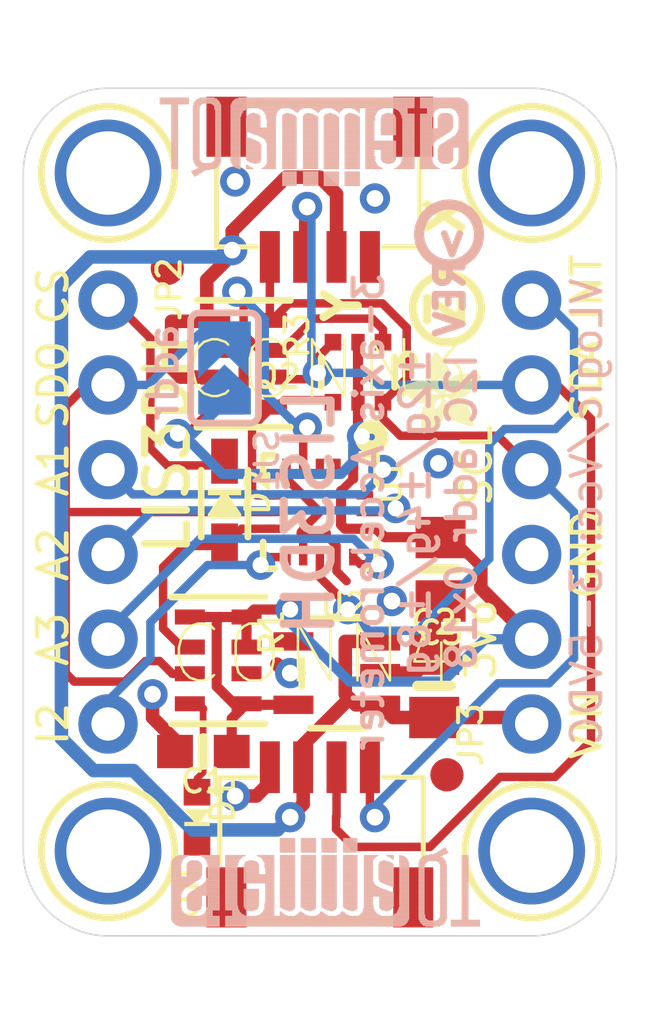
<source format=kicad_pcb>
(kicad_pcb (version 20211014) (generator pcbnew)
  (layers (0 "F.Cu" signal) (31 "B.Cu" signal) (34 "B.Paste" user) (35 "F.Paste" user) (36 "B.SilkS" user "B.Silkscreen") (37 "F.SilkS" user "F.Silkscreen") (38 "B.Mask" user) (39 "F.Mask" user) (44 "Edge.Cuts" user))
  (net 0 "")
  (net 1 "GND")
  (net 2 "SDA")
  (net 3 "SCL")
  (net 4 "SCL_3V")
  (net 5 "SDA_3V")
  (net 6 "3.3V")
  (net 7 "VCC")
  (net 8 "N$1")
  (net 9 "CS")
  (net 10 "N$2")
  (net 11 "INT1")
  (net 12 "SDO")
  (net 13 "ADC1")
  (net 14 "ADC2")
  (net 15 "ADC3")
  (net 16 "INT2")
  (footprint "boardEagle:FIDUCIAL_1MM" (layer "F.Cu") (at 143.9291 97.7011 90)
    (fp_text reference "FID4" hide)
    (fp_text value "FIDUCIAL_1MM" hide)
    (pad "1" smd roundrect (at 0 0 90) (size 1 1) (layers "F.Cu" "F.Mask") (roundrect_rratio 0.5))
  )
  (footprint "boardEagle:RESPACK_4X0603" (layer "F.Cu") (at 145.4531 109.4486 -90)
    (fp_text reference "R1" (at -1.6 -1.6 90) (layer "F.SilkS") (effects (font (size 0.692831 0.692831) (thickness 0.119969)) (justify right)))
    (fp_text value "10K")
    (pad "1" smd rect (at -1.3 0.85 270) (size 0.45 0.9) (layers "F.Cu" "F.Paste" "F.Mask") (net 6 "3.3V"))
    (pad "2" smd rect (at -0.4 0.85 270) (size 0.45 0.9) (layers "F.Cu" "F.Paste" "F.Mask") (net 10 "N$2"))
    (pad "3" smd rect (at 0.4 0.85 270) (size 0.45 0.9) (layers "F.Cu" "F.Paste" "F.Mask") (net 12 "SDO"))
    (pad "4" smd rect (at 1.3 0.85 270) (size 0.45 0.9) (layers "F.Cu" "F.Paste" "F.Mask") (net 8 "N$1"))
    (pad "5" smd rect (at 1.3 -0.85 270) (size 0.45 0.9) (layers "F.Cu" "F.Paste" "F.Mask") (net 6 "3.3V"))
    (pad "6" smd rect (at 0.4 -0.85 270) (size 0.45 0.9) (layers "F.Cu" "F.Paste" "F.Mask") (net 1 "GND"))
    (pad "7" smd rect (at -0.4 -0.85 270) (size 0.45 0.9) (layers "F.Cu" "F.Paste" "F.Mask") (net 6 "3.3V"))
    (pad "8" smd rect (at -1.3 -0.85 270) (size 0.45 0.9) (layers "F.Cu" "F.Paste" "F.Mask") (net 6 "3.3V"))
  )
  (footprint "boardEagle:JST_SH4" (layer "F.Cu") (at 148.5011 94.8436 180)
    (fp_text reference "CONN3" (at -4.6 -5.9) (layer "F.SilkS") (effects (font (size 1.703222 1.703222) (thickness 0.074778)) (justify right)))
    (fp_text value "STEMMA_I2C_QT" hide)
    (pad "1" smd rect (at -1.5 -2.514 270) (size 1.55 0.6) (layers "F.Cu" "F.Paste" "F.Mask") (net 1 "GND"))
    (pad "2" smd rect (at -0.5 -2.514 270) (size 1.55 0.6) (layers "F.Cu" "F.Paste" "F.Mask") (net 7 "VCC"))
    (pad "3" smd rect (at 0.5 -2.514 270) (size 1.55 0.6) (layers "F.Cu" "F.Paste" "F.Mask") (net 2 "SDA"))
    (pad "4" smd rect (at 1.5 -2.514 270) (size 1.55 0.6) (layers "F.Cu" "F.Paste" "F.Mask") (net 3 "SCL"))
    (pad "MT1" smd rect (at -2.8 1.386 270) (size 1.8 1.2) (layers "F.Cu" "F.Paste" "F.Mask"))
    (pad "MT2" smd rect (at 2.8 1.386 270) (size 1.8 1.2) (layers "F.Cu" "F.Paste" "F.Mask"))
  )
  (footprint "boardEagle:CHIPLED_0603_NOOUTLINE" (layer "F.Cu") (at 144.8181 114.1476 180)
    (fp_text reference "D1" (at -0.762 1.27 90) (layer "F.SilkS") (effects (font (size 0.692831 0.692831) (thickness 0.119969)) (justify right)))
    (fp_text value "GREEN")
    (pad "A" smd rect (at 0 0.75 180) (size 0.8 0.8) (layers "F.Cu" "F.Paste" "F.Mask") (net 8 "N$1"))
    (pad "C" smd rect (at 0 -0.75 180) (size 0.8 0.8) (layers "F.Cu" "F.Paste" "F.Mask") (net 1 "GND"))
  )
  (footprint "boardEagle:0603-NO" (layer "F.Cu") (at 145.0086 112.1791 180)
    (fp_text reference "C1" (at -0.762 -0.889) (layer "F.SilkS") (effects (font (size 0.692831 0.692831) (thickness 0.119969)) (justify right)))
    (fp_text value "0.1uF")
    (pad "1" smd rect (at -0.85 0 180) (size 1.075 1) (layers "F.Cu" "F.Paste" "F.Mask") (net 6 "3.3V"))
    (pad "2" smd rect (at 0.85 0 180) (size 1.075 1) (layers "F.Cu" "F.Paste" "F.Mask") (net 1 "GND"))
  )
  (footprint "boardEagle:RESPACK_4X0603" (layer "F.Cu") (at 146.2151 100.5586 -90)
    (fp_text reference "R3" (at -1.6 -1.6 90) (layer "F.SilkS") (effects (font (size 0.692831 0.692831) (thickness 0.119969)) (justify right)))
    (fp_text value "10K")
    (pad "1" smd rect (at -1.3 0.85 270) (size 0.45 0.9) (layers "F.Cu" "F.Paste" "F.Mask") (net 7 "VCC"))
    (pad "2" smd rect (at -0.4 0.85 270) (size 0.45 0.9) (layers "F.Cu" "F.Paste" "F.Mask") (net 6 "3.3V"))
    (pad "3" smd rect (at 0.4 0.85 270) (size 0.45 0.9) (layers "F.Cu" "F.Paste" "F.Mask") (net 7 "VCC"))
    (pad "4" smd rect (at 1.3 0.85 270) (size 0.45 0.9) (layers "F.Cu" "F.Paste" "F.Mask") (net 6 "3.3V"))
    (pad "5" smd rect (at 1.3 -0.85 270) (size 0.45 0.9) (layers "F.Cu" "F.Paste" "F.Mask") (net 5 "SDA_3V"))
    (pad "6" smd rect (at 0.4 -0.85 270) (size 0.45 0.9) (layers "F.Cu" "F.Paste" "F.Mask") (net 2 "SDA"))
    (pad "7" smd rect (at -0.4 -0.85 270) (size 0.45 0.9) (layers "F.Cu" "F.Paste" "F.Mask") (net 4 "SCL_3V"))
    (pad "8" smd rect (at -1.3 -0.85 270) (size 0.45 0.9) (layers "F.Cu" "F.Paste" "F.Mask") (net 3 "SCL"))
  )
  (footprint "boardEagle:0805-NO" (layer "F.Cu") (at 151.9301 110.2106 90)
    (fp_text reference "C2" (at 1.905 -0.762) (layer "F.SilkS") (effects (font (size 0.692831 0.692831) (thickness 0.119969)) (justify left)))
    (fp_text value "10uF")
    (pad "1" smd rect (at -0.95 0 90) (size 1.24 1.5) (layers "F.Cu" "F.Paste" "F.Mask") (net 7 "VCC"))
    (pad "2" smd rect (at 0.95 0 90) (size 1.24 1.5) (layers "F.Cu" "F.Paste" "F.Mask") (net 1 "GND"))
  )
  (footprint "boardEagle:SOT23-5" (layer "F.Cu") (at 149.0091 109.8296 90)
    (fp_text reference "U2" (at 2.032 -0.562) (layer "F.SilkS") (effects (font (size 0.692831 0.692831) (thickness 0.119969)) (justify left)))
    (fp_text value "AP2112K-3.3")
    (pad "1" smd rect (at -0.95 1.3001 90) (size 0.55 1.2) (layers "F.Cu" "F.Paste" "F.Mask") (net 7 "VCC"))
    (pad "2" smd rect (at 0 1.3001 90) (size 0.55 1.2) (layers "F.Cu" "F.Paste" "F.Mask") (net 1 "GND"))
    (pad "3" smd rect (at 0.95 1.3001 90) (size 0.55 1.2) (layers "F.Cu" "F.Paste" "F.Mask") (net 7 "VCC"))
    (pad "4" smd rect (at 0.95 -1.3001 90) (size 0.55 1.2) (layers "F.Cu" "F.Paste" "F.Mask"))
    (pad "5" smd rect (at -0.95 -1.3001 90) (size 0.55 1.2) (layers "F.Cu" "F.Paste" "F.Mask") (net 6 "3.3V"))
  )
  (footprint "boardEagle:0805-NO" (layer "F.Cu") (at 152.1206 106.7181 -90)
    (fp_text reference "C3" (at 1.905 -0.762) (layer "F.SilkS") (effects (font (size 0.692831 0.692831) (thickness 0.119969)) (justify right)))
    (fp_text value "10uF")
    (pad "1" smd rect (at -0.95 0 270) (size 1.24 1.5) (layers "F.Cu" "F.Paste" "F.Mask") (net 6 "3.3V"))
    (pad "2" smd rect (at 0.95 0 270) (size 1.24 1.5) (layers "F.Cu" "F.Paste" "F.Mask") (net 1 "GND"))
  )
  (footprint "boardEagle:SOD-323" (layer "F.Cu") (at 145.6436 104.7496 -90)
    (fp_text reference "D2" (at -1.1 -1 90) (layer "F.SilkS") (effects (font (size 0.692831 0.692831) (thickness 0.119969)) (justify right)))
    (fp_text value "1N4148")
    (pad "A" smd rect (at 1.27 0 270) (size 1.35 0.8) (layers "F.Cu" "F.Paste" "F.Mask") (net 10 "N$2"))
    (pad "C" smd rect (at -1.27 0 270) (size 1.35 0.8) (layers "F.Cu" "F.Paste" "F.Mask") (net 9 "CS"))
  )
  (footprint "boardEagle:MOUNTINGHOLE_2.5_PLATED" (layer "F.Cu") (at 154.8511 115.1636 90)
    (fp_text reference "U$19" hide)
    (fp_text value "MOUNTINGHOLE2.5" hide)
    (pad "P$1" thru_hole circle (at 0 0 90) (size 3.2 3.2) (drill 2.5) (layers *.Cu *.Mask))
  )
  (footprint "boardEagle:JST_SH4" (layer "F.Cu") (at 148.5011 115.1636)
    (fp_text reference "CONN4" (at -4.6 -5.9) (layer "F.SilkS") (effects (font (size 1.703222 1.703222) (thickness 0.074778)) (justify left)))
    (fp_text value "STEMMA_I2C_QT" hide)
    (pad "1" smd rect (at -1.5 -2.514 90) (size 1.55 0.6) (layers "F.Cu" "F.Paste" "F.Mask") (net 1 "GND"))
    (pad "2" smd rect (at -0.5 -2.514 90) (size 1.55 0.6) (layers "F.Cu" "F.Paste" "F.Mask") (net 7 "VCC"))
    (pad "3" smd rect (at 0.5 -2.514 90) (size 1.55 0.6) (layers "F.Cu" "F.Paste" "F.Mask") (net 2 "SDA"))
    (pad "4" smd rect (at 1.5 -2.514 90) (size 1.55 0.6) (layers "F.Cu" "F.Paste" "F.Mask") (net 3 "SCL"))
    (pad "MT1" smd rect (at -2.8 1.386 90) (size 1.8 1.2) (layers "F.Cu" "F.Paste" "F.Mask"))
    (pad "MT2" smd rect (at 2.8 1.386 90) (size 1.8 1.2) (layers "F.Cu" "F.Paste" "F.Mask"))
  )
  (footprint "boardEagle:MOUNTINGHOLE_2.5_PLATED" (layer "F.Cu") (at 142.1511 94.8436 90)
    (fp_text reference "U$17" hide)
    (fp_text value "MOUNTINGHOLE2.5" hide)
    (pad "P$1" thru_hole circle (at 0 0 90) (size 3.2 3.2) (drill 2.5) (layers *.Cu *.Mask))
  )
  (footprint "boardEagle:ADAFRUIT_2.5MM" (layer "F.Cu") (at 153.3271 102.6541 90)
    (fp_text reference "U$12" hide)
    (fp_text value "" hide)
  )
  (footprint "boardEagle:LGA16_3X3MM" (layer "F.Cu") (at 148.5011 105.0036 -90)
    (fp_text reference "U1" (at -1.7 -2.1 90) (layer "F.SilkS") (effects (font (size 0.692831 0.692831) (thickness 0.119969)) (justify right)))
    (fp_text value "LIS3DHTR")
    (pad "1" smd rect (at -1.35 -1 270) (size 0.5 0.25) (layers "F.Cu" "F.Paste" "F.Mask") (net 6 "3.3V"))
    (pad "2" smd rect (at -1.35 -0.5 270) (size 0.5 0.25) (layers "F.Cu" "F.Paste" "F.Mask"))
    (pad "3" smd rect (at -1.35 0 270) (size 0.5 0.25) (layers "F.Cu" "F.Paste" "F.Mask"))
    (pad "4" smd rect (at -1.35 0.5 270) (size 0.5 0.25) (layers "F.Cu" "F.Paste" "F.Mask") (net 4 "SCL_3V"))
    (pad "5" smd rect (at -1.35 1 270) (size 0.5 0.25) (layers "F.Cu" "F.Paste" "F.Mask") (net 1 "GND"))
    (pad "6" smd rect (at -0.5 1.35) (size 0.5 0.25) (layers "F.Cu" "F.Paste" "F.Mask") (net 5 "SDA_3V"))
    (pad "7" smd rect (at 0 1.35) (size 0.5 0.25) (layers "F.Cu" "F.Paste" "F.Mask") (net 12 "SDO"))
    (pad "8" smd rect (at 0.5 1.35) (size 0.5 0.25) (layers "F.Cu" "F.Paste" "F.Mask") (net 10 "N$2"))
    (pad "9" smd rect (at 1.35 1 90) (size 0.5 0.25) (layers "F.Cu" "F.Paste" "F.Mask") (net 16 "INT2"))
    (pad "10" smd rect (at 1.35 0.5 90) (size 0.5 0.25) (layers "F.Cu" "F.Paste" "F.Mask") (net 1 "GND"))
    (pad "11" smd rect (at 1.35 0 90) (size 0.5 0.25) (layers "F.Cu" "F.Paste" "F.Mask") (net 11 "INT1"))
    (pad "12" smd rect (at 1.35 -0.5 90) (size 0.5 0.25) (layers "F.Cu" "F.Paste" "F.Mask") (net 1 "GND"))
    (pad "13" smd rect (at 1.35 -1 90) (size 0.5 0.25) (layers "F.Cu" "F.Paste" "F.Mask") (net 15 "ADC3"))
    (pad "14" smd rect (at 0.5 -1.35 180) (size 0.5 0.25) (layers "F.Cu" "F.Paste" "F.Mask") (net 6 "3.3V"))
    (pad "15" smd rect (at 0 -1.35 180) (size 0.5 0.25) (layers "F.Cu" "F.Paste" "F.Mask") (net 14 "ADC2"))
    (pad "16" smd rect (at -0.5 -1.35 180) (size 0.5 0.25) (layers "F.Cu" "F.Paste" "F.Mask") (net 13 "ADC1"))
  )
  (footprint "boardEagle:1X06_ROUND_70" (layer "F.Cu") (at 154.8511 105.0036 90)
    (fp_text reference "JP3" (at -7.6962 -1.8288 90) (layer "F.SilkS") (effects (font (size 0.692831 0.692831) (thickness 0.119969)) (justify left)))
    (fp_text value "")
    (pad "1" thru_hole circle (at -6.35 0 180) (size 1.778 1.778) (drill 1) (layers *.Cu *.Mask) (net 7 "VCC"))
    (pad "2" thru_hole circle (at -3.81 0 180) (size 1.778 1.778) (drill 1) (layers *.Cu *.Mask) (net 6 "3.3V"))
    (pad "3" thru_hole circle (at -1.27 0 180) (size 1.778 1.778) (drill 1) (layers *.Cu *.Mask) (net 1 "GND"))
    (pad "4" thru_hole circle (at 1.27 0 180) (size 1.778 1.778) (drill 1) (layers *.Cu *.Mask) (net 3 "SCL"))
    (pad "5" thru_hole circle (at 3.81 0 180) (size 1.778 1.778) (drill 1) (layers *.Cu *.Mask) (net 2 "SDA"))
    (pad "6" thru_hole circle (at 6.35 0 180) (size 1.778 1.778) (drill 1) (layers *.Cu *.Mask) (net 11 "INT1"))
  )
  (footprint "boardEagle:MOUNTINGHOLE_2.5_PLATED" (layer "F.Cu") (at 142.1511 115.1636 90)
    (fp_text reference "U$1" hide)
    (fp_text value "MOUNTINGHOLE2.5" hide)
    (pad "P$1" thru_hole circle (at 0 0 90) (size 3.2 3.2) (drill 2.5) (layers *.Cu *.Mask))
  )
  (footprint "boardEagle:FIDUCIAL_1MM" (layer "F.Cu") (at 152.3111 112.8776 90)
    (fp_text reference "FID3" hide)
    (fp_text value "FIDUCIAL_1MM" hide)
    (pad "1" smd roundrect (at 0 0 90) (size 1 1) (layers "F.Cu" "F.Mask") (roundrect_rratio 0.5))
  )
  (footprint "boardEagle:1X06_ROUND_70" (layer "F.Cu") (at 142.1511 105.0036 -90)
    (fp_text reference "JP2" (at -7.6962 -1.8288 90) (layer "F.SilkS") (effects (font (size 0.692831 0.692831) (thickness 0.119969)) (justify right)))
    (fp_text value "")
    (pad "1" thru_hole circle (at -6.35 0) (size 1.778 1.778) (drill 1) (layers *.Cu *.Mask) (net 9 "CS"))
    (pad "2" thru_hole circle (at -3.81 0) (size 1.778 1.778) (drill 1) (layers *.Cu *.Mask) (net 12 "SDO"))
    (pad "3" thru_hole circle (at -1.27 0) (size 1.778 1.778) (drill 1) (layers *.Cu *.Mask) (net 13 "ADC1"))
    (pad "4" thru_hole circle (at 1.27 0) (size 1.778 1.778) (drill 1) (layers *.Cu *.Mask) (net 14 "ADC2"))
    (pad "5" thru_hole circle (at 3.81 0) (size 1.778 1.778) (drill 1) (layers *.Cu *.Mask) (net 15 "ADC3"))
    (pad "6" thru_hole circle (at 6.35 0) (size 1.778 1.778) (drill 1) (layers *.Cu *.Mask) (net 16 "INT2"))
  )
  (footprint "boardEagle:MOUNTINGHOLE_2.5_PLATED" (layer "F.Cu") (at 154.8511 94.8436 90)
    (fp_text reference "U$21" hide)
    (fp_text value "MOUNTINGHOLE2.5" hide)
    (pad "P$1" thru_hole circle (at 0 0 90) (size 3.2 3.2) (drill 2.5) (layers *.Cu *.Mask))
  )
  (footprint "boardEagle:SOT363" (layer "F.Cu") (at 149.6441 100.8126 180)
    (fp_text reference "Q2" (at 1.651 -0.127) (layer "F.SilkS") (effects (font (size 0.692831 0.692831) (thickness 0.119969)) (justify right)))
    (fp_text value "BSS138")
    (pad "1" smd rect (at -0.75 0.9 180) (size 0.5 0.5) (layers "F.Cu" "F.Paste" "F.Mask") (net 4 "SCL_3V"))
    (pad "2" smd rect (at 0 0.9 180) (size 0.4 0.5) (layers "F.Cu" "F.Paste" "F.Mask") (net 6 "3.3V"))
    (pad "3" smd rect (at 0.75 0.9 180) (size 0.5 0.5) (layers "F.Cu" "F.Paste" "F.Mask") (net 2 "SDA"))
    (pad "4" smd rect (at 0.75 -0.9 180) (size 0.5 0.5) (layers "F.Cu" "F.Paste" "F.Mask") (net 5 "SDA_3V"))
    (pad "5" smd rect (at 0 -0.9 180) (size 0.4 0.5) (layers "F.Cu" "F.Paste" "F.Mask") (net 6 "3.3V"))
    (pad "6" smd rect (at -0.75 -0.9 180) (size 0.5 0.5) (layers "F.Cu" "F.Paste" "F.Mask") (net 3 "SCL"))
  )
  (footprint "boardEagle:STEMMAQT" (layer "B.Cu") (at 152.9461 95.2246 180)
    (fp_text reference "U$30" hide)
    (fp_text value "" hide)
  )
  (footprint "boardEagle:PCBFEAT-REV-040" (layer "B.Cu") (at 152.3746 96.6851 -90)
    (fp_text reference "U$25" hide)
    (fp_text value "" hide)
    (fp_text user ">REV" (at -0.3556 -0.508 90) (layer "B.SilkS") (effects (font (size 0.8128 0.8128) (thickness 0.2032)) (justify left bottom mirror)))
  )
  (footprint "boardEagle:SOLDERJUMPER_ARROW_NOPASTE" (layer "B.Cu") (at 145.6436 100.6856 90)
    (fp_text reference "SJ1" (at -1.778 1.27 90) (layer "B.SilkS") (effects (font (size 0.692831 0.692831) (thickness 0.119969)) (justify left mirror)))
    (fp_text value "")
    (fp_poly (pts (xy 1.3946 -0.7882) (xy -0.315893 -0.7882) (xy 0.443148 0) (xy -0.315893 0.7882) (xy 1.3946 0.7882)) (layer "B.Cu") (width 0) (fill solid))
    (fp_poly (pts (xy 0.106121 -0.002663) (xy -0.679416 -0.7882) (xy -1.3946 -0.7882) (xy -1.3946 0.7882) (xy -0.62715 0.7882)) (layer "B.Cu") (width 0) (fill solid))
    (pad "1" smd roundrect (at -1.016 0 90) (size 0.762 1.524) (layers "B.Cu") (net 6 "3.3V"))
    (pad "2" smd roundrect (at 1.016 0 90) (size 0.762 1.524) (layers "B.Cu") (net 12 "SDO"))
  )
  (footprint "boardEagle:STEMMAQT" (layer "B.Cu") (at 144.0561 114.7826)
    (fp_text reference "U$31" hide)
    (fp_text value "" hide)
  )
  (gr_arc (start 152.3121 99.9196) (mid 151.59368 99.62202) (end 151.2961 98.9036) (layer "F.SilkS") (width 0.254))
  (gr_arc (start 152.3121 97.8876) (mid 153.03052 98.18518) (end 153.3281 98.9036) (layer "F.SilkS") (width 0.254))
  (gr_arc (start 151.2961 98.9036) (mid 151.588467 98.179968) (end 152.312099 97.887601) (layer "F.SilkS") (width 0.254))
  (gr_arc (start 153.3281 98.9036) (mid 153.03052 99.62202) (end 152.3121 99.9196) (layer "F.SilkS") (width 0.254))
  (gr_line (start 157.3911 115.1636) (end 157.3911 94.8436) (layer "Edge.Cuts") (width 0.05))
  (gr_arc (start 139.6111 94.8436) (mid 140.355049 93.047549) (end 142.1511 92.3036) (layer "Edge.Cuts") (width 0.05))
  (gr_arc (start 154.8511 92.3036) (mid 156.647151 93.047549) (end 157.3911 94.8436) (layer "Edge.Cuts") (width 0.05))
  (gr_arc (start 157.3911 115.1636) (mid 156.647151 116.959651) (end 154.8511 117.7036) (layer "Edge.Cuts") (width 0.05))
  (gr_line (start 139.6111 94.8436) (end 139.6111 115.1636) (layer "Edge.Cuts") (width 0.05))
  (gr_line (start 142.1511 117.7036) (end 154.8511 117.7036) (layer "Edge.Cuts") (width 0.05))
  (gr_line (start 154.8511 92.3036) (end 142.1511 92.3036) (layer "Edge.Cuts") (width 0.05))
  (gr_arc (start 142.1511 117.7036) (mid 140.355049 116.959651) (end 139.6111 115.1636) (layer "Edge.Cuts") (width 0.05))
  (gr_text "3-axis Accelerometer\n±2g/±4g/±8g\nI2C addr 0x18" (at 151.3586 105.0036 -270) (layer "B.SilkS") (effects (font (size 0.8636 0.8636) (thickness 0.1524)) (justify mirror)))
  (gr_text "LIS3DH" (at 148.1836 105.0036 -270) (layer "B.SilkS") (effects (font (size 1.40335 1.40335) (thickness 0.24765)) (justify mirror)))
  (gr_text "addr" (at 143.8021 100.8126 -270) (layer "B.SilkS") (effects (font (size 0.8636 0.8636) (thickness 0.1524)) (justify mirror)))
  (gr_text "VLogic/Vcc: 3-5VDC" (at 156.5021 105.0036 -270) (layer "B.SilkS") (effects (font (size 0.89408 0.89408) (thickness 0.12192)) (justify mirror)))
  (gr_text "on" (at 144.9451 117.3226 90) (layer "F.SilkS") (effects (font (size 0.89408 0.89408) (thickness 0.12192)) (justify left bottom)))
  (gr_text "VIN" (at 156.5021 111.3536 90) (layer "F.SilkS") (effects (font (size 0.87376 0.87376) (thickness 0.14224))))
  (gr_text "SDA" (at 156.5021 101.0666 90) (layer "F.SilkS") (effects (font (size 0.87376 0.87376) (thickness 0.14224))))
  (gr_text "X" (at 151.6771 95.4746 90) (layer "F.SilkS") (effects (font (size 1.016 1.016) (thickness 0.254)) (justify right top)))
  (gr_text "INT" (at 156.5021 98.2726 90) (layer "F.SilkS") (effects (font (size 0.87376 0.87376) (thickness 0.14224))))
  (gr_text "CS" (at 140.5001 98.5266 90) (layer "F.SilkS") (effects (font (size 0.87376 0.87376) (thickness 0.14224))))
  (gr_text "A3" (at 140.5001 108.8136 90) (layer "F.SilkS") (effects (font (size 0.87376 0.87376) (thickness 0.14224))))
  (gr_text "I2" (at 140.5001 111.3536 90) (layer "F.SilkS") (effects (font (size 0.87376 0.87376) (thickness 0.14224))))
  (gr_text "SCL" (at 153.2001 103.6066 90) (layer "F.SilkS") (effects (font (size 0.87376 0.87376) (thickness 0.14224))))
  (gr_text "A2" (at 140.5001 106.2736 90) (layer "F.SilkS") (effects (font (size 0.87376 0.87376) (thickness 0.14224))))
  (gr_text "Z" (at 151.6771 98.2686 90) (layer "F.SilkS") (effects (font (size 1.016 1.016) (thickness 0.254)) (justify right top)))
  (gr_text "3Vo" (at 153.3271 108.8136 90) (layer "F.SilkS") (effects (font (size 0.87376 0.87376) (thickness 0.14224))))
  (gr_text "LIS3DH" (at 143.9291 102.9716 90) (layer "F.SilkS") (effects (font (size 1.25222 1.25222) (thickness 0.22098))))
  (gr_text "GND" (at 156.5021 106.2736 90) (layer "F.SilkS") (effects (font (size 0.87376 0.87376) (thickness 0.14224))))
  (gr_text "SDO" (at 140.5001 101.1936 90) (layer "F.SilkS") (effects (font (size 0.87376 0.87376) (thickness 0.14224))))
  (gr_text "Y" (at 149.7701 99.4196 90) (layer "F.SilkS") (effects (font (size 1.016 1.016) (thickness 0.254)) (justify left bottom)))
  (gr_text "A1" (at 140.5001 103.7336 90) (layer "F.SilkS") (effects (font (size 0.87376 0.87376) (thickness 0.14224))))
  (segment (start 149.0011 106.7736) (end 149.3012 107.0737) (width 0.254) (layer "F.Cu") (net 1))
  (segment (start 144.1586 112.1791) (end 144.1586 111.8371) (width 0.4064) (layer "F.Cu") (net 1))
  (segment (start 149.0011 106.3536) (end 149.0011 106.7736) (width 0.254) (layer "F.Cu") (net 1))
  (segment (start 149.0011 106.0116) (end 148.6281 105.6386) (width 0.254) (layer "F.Cu") (net 1))
  (segment (start 150.3092 109.8296) (end 151.3611 109.8296) (width 0.4064) (layer "F.Cu") (net 1))
  (segment (start 151.9301 107.3776) (end 151.9301 109.2606) (width 0.4064) (layer "F.Cu") (net 1))
  (segment (start 147.5011 104.0036) (end 148.5011 105.0036) (width 0.254) (layer "F.Cu") (net 1))
  (segment (start 147.5011 103.6536) (end 147.5011 104.0036) (width 0.2032) (layer "F.Cu") (net 1))
  (segment (start 147.2165 109.561) (end 147.4851 109.8296) (width 0.4064) (layer "F.Cu") (net 1))
  (segment (start 143.4846 111.1631) (end 143.4846 110.4646) (width 0.4064) (layer "F.Cu") (net 1))
  (segment (start 147.0011 112.6496) (end 146.9511 112.6996) (width 0.4064) (layer "F.Cu") (net 1))
  (segment (start 148.0011 105.5036) (end 148.5011 105.0036) (width 0.254) (layer "F.Cu") (net 1))
  (segment (start 149.0011 106.3536) (end 149.0011 106.0116) (width 0.254) (layer "F.Cu") (net 1))
  (segment (start 146.9511 113.1576) (end 146.5961 113.5126) (width 0.4064) (layer "F.Cu") (net 1))
  (segment (start 148.6281 105.6386) (end 148.0011 105.6386) (width 0.4064) (layer "F.Cu") (net 1))
  (segment (start 151.9301 109.2606) (end 151.3611 109.8296) (width 0.4064) (layer "F.Cu") (net 1))
  (segment (start 146.9511 112.6996) (end 146.9511 113.1576) (width 0.4064) (layer "F.Cu") (net 1))
  (segment (start 146.5961 113.5126) (end 145.9611 113.5126) (width 0.4064) (layer "F.Cu") (net 1))
  (segment (start 148.0011 105.6386) (end 148.0011 105.5036) (width 0.254) (layer "F.Cu") (net 1))
  (segment (start 144.1586 111.8371) (end 143.4846 111.1631) (width 0.4064) (layer "F.Cu") (net 1))
  (segment (start 148.0011 106.3536) (end 148.0011 105.6386) (width 0.254) (layer "F.Cu") (net 1))
  (via (at 150.1521 95.6056) (size 0.9064) (drill 0.5) (layers "F.Cu" "B.Cu") (net 1))
  (via (at 150.6601 107.6706) (size 0.9064) (drill 0.5) (layers "F.Cu" "B.Cu") (net 1))
  (via (at 145.9611 95.0976) (size 0.9064) (drill 0.5) (layers "F.Cu" "B.Cu") (net 1))
  (via (at 143.4846 110.4646) (size 0.9064) (drill 0.5) (layers "F.Cu" "B.Cu") (net 1))
  (via (at 147.6121 109.8296) (size 0.9064) (drill 0.5) (layers "F.Cu" "B.Cu") (net 1))
  (via (at 152.0571 103.5431) (size 0.9064) (drill 0.5) (layers "F.Cu" "B.Cu") (net 1))
  (via (at 145.9611 113.5126) (size 0.9064) (drill 0.5) (layers "F.Cu" "B.Cu") (net 1))
  (segment (start 148.986493 114.505994) (end 149.5171 115.0366) (width 0.254) (layer "F.Cu") (net 2))
  (segment (start 148.3861 100.4206) (end 148.3861 100.7801) (width 0.254) (layer "F.Cu") (net 2))
  (segment (start 151.8031 115.0366) (end 153.8986 112.9411) (width 0.254) (layer "F.Cu") (net 2))
  (segment (start 148.3861 100.4206) (end 148.8941 99.9126) (width 0.254) (layer "F.Cu") (net 2))
  (segment (start 148.986493 114.124994) (end 148.986493 114.505994) (width 0.254) (layer "F.Cu") (net 2))
  (segment (start 147.1286 101.0221) (end 148.2081 101.0221) (width 0.254) (layer "F.Cu") (net 2))
  (segment (start 148.3986 100.8316) (end 148.2081 101.0221) (width 0.254) (layer "F.Cu") (net 2))
  (segment (start 149.0011 112.6496) (end 149.0011 114.124994) (width 0.254) (layer "F.Cu") (net 2))
  (segment (start 156.6291 102.2096) (end 155.6131 101.1936) (width 0.254) (layer "F.Cu") (net 2))
  (segment (start 148.0011 95.9786) (end 148.1201 95.8596) (width 0.254) (layer "F.Cu") (net 2))
  (segment (start 148.3986 100.8316) (end 148.4376 100.8316) (width 0.254) (layer "F.Cu") (net 2))
  (segment (start 149.0011 114.124994) (end 148.986493 114.124994) (width 0.254) (layer "F.Cu") (net 2))
  (segment (start 149.5171 115.0366) (end 151.8031 115.0366) (width 0.254) (layer "F.Cu") (net 2))
  (segment (start 147.0651 100.9586) (end 147.1286 101.0221) (width 0.254) (layer "F.Cu") (net 2))
  (segment (start 148.0011 97.3576) (end 148.0011 95.9786) (width 0.254) (layer "F.Cu") (net 2))
  (segment (start 155.5496 112.9411) (end 156.6291 111.8616) (width 0.254) (layer "F.Cu") (net 2))
  (segment (start 153.8986 112.9411) (end 155.5496 112.9411) (width 0.254) (layer "F.Cu") (net 2))
  (segment (start 148.4376 100.8316) (end 148.3861 100.7801) (width 0.254) (layer "F.Cu") (net 2))
  (segment (start 155.6131 101.1936) (end 154.8511 101.1936) (width 0.254) (layer "F.Cu") (net 2))
  (segment (start 156.6291 111.8616) (end 156.6291 102.2096) (width 0.254) (layer "F.Cu") (net 2))
  (via (at 148.1201 95.8596) (size 0.9064) (drill 0.5) (layers "F.Cu" "B.Cu") (net 2))
  (via (at 148.4376 100.8316) (size 0.9064) (drill 0.5) (layers "F.Cu" "B.Cu") (net 2))
  (segment (start 148.2471 95.9866) (end 148.2471 100.6411) (width 0.254) (layer "B.Cu") (net 2))
  (segment (start 150.2601 101.1936) (end 154.8511 101.1936) (width 0.254) (layer "B.Cu") (net 2))
  (segment (start 148.1201 95.8596) (end 148.2471 95.9866) (width 0.254) (layer "B.Cu") (net 2))
  (segment (start 148.4376 100.8316) (end 149.8981 100.8316) (width 0.254) (layer "B.Cu") (net 2))
  (segment (start 149.8981 100.8316) (end 150.2601 101.1936) (width 0.254) (layer "B.Cu") (net 2))
  (segment (start 148.2471 100.6411) (end 148.4376 100.8316) (width 0.254) (layer "B.Cu") (net 2))
  (segment (start 150.3941 101.7126) (end 150.3946 101.7131) (width 0.254) (layer "F.Cu") (net 3))
  (segment (start 147.0011 99.1946) (end 147.0651 99.2586) (width 0.254) (layer "F.Cu") (net 3))
  (segment (start 153.8351 102.7176) (end 154.8511 103.7336) (width 0.254) (layer "F.Cu") (net 3))
  (segment (start 150.3941 101.7126) (end 150.3941 102.1976) (width 0.254) (layer "F.Cu") (net 3))
  (segment (start 151.1046 101.0031) (end 150.3946 101.7131) (width 0.254) (layer "F.Cu") (net 3))
  (segment (start 147.0011 97.3576) (end 147.0011 99.1946) (width 0.254) (layer "F.Cu") (net 3))
  (segment (start 150.3761 98.7506) (end 151.1046 99.4791) (width 0.254) (layer "F.Cu") (net 3))
  (segment (start 147.5731 98.7506) (end 150.3761 98.7506) (width 0.254) (layer "F.Cu") (net 3))
  (segment (start 150.0011 112.6496) (end 150.0011 113.9966) (width 0.254) (layer "F.Cu") (net 3))
  (segment (start 150.0011 113.9966) (end 150.1521 114.1476) (width 0.254) (layer "F.Cu") (net 3))
  (segment (start 150.9141 102.7176) (end 153.8351 102.7176) (width 0.254) (layer "F.Cu") (net 3))
  (segment (start 150.3941 102.1976) (end 150.9141 102.7176) (width 0.254) (layer "F.Cu") (net 3))
  (segment (start 147.0651 99.2586) (end 147.5731 98.7506) (width 0.254) (layer "F.Cu") (net 3))
  (segment (start 151.1046 99.4791) (end 151.1046 101.0031) (width 0.254) (layer "F.Cu") (net 3))
  (via (at 150.1521 114.1476) (size 0.9064) (drill 0.5) (layers "F.Cu" "B.Cu") (net 3))
  (segment (start 153.836218 110.1344) (end 155.3718 110.1344) (width 0.254) (layer "B.Cu") (net 3))
  (segment (start 150.1521 114.1476) (end 150.1521 113.818519) (width 0.254) (layer "B.Cu") (net 3))
  (segment (start 156.1211 109.3851) (end 156.1211 105.0036) (width 0.254) (layer "B.Cu") (net 3))
  (segment (start 156.1211 105.0036) (end 154.8511 103.7336) (width 0.254) (layer "B.Cu") (net 3))
  (segment (start 155.3718 110.1344) (end 156.1211 109.3851) (width 0.254) (layer "B.Cu") (net 3))
  (segment (start 153.836218 110.1344) (end 150.1521 113.818519) (width 0.254) (layer "B.Cu") (net 3))
  (segment (start 146.2151 98.5901) (end 146.0246 98.3996) (width 0.254) (layer "F.Cu") (net 4))
  (segment (start 148.0011 103.6536) (end 148.0011 102.5826) (width 0.254) (layer "F.Cu") (net 4))
  (segment (start 150.0703 99.2078) (end 150.3941 99.5316) (width 0.254) (layer "F.Cu") (net 4))
  (segment (start 146.7041 100.1586) (end 146.2151 99.6696) (width 0.254) (layer "F.Cu") (net 4))
  (segment (start 147.3771 100.1586) (end 148.3279 99.2078) (width 0.254) (layer "F.Cu") (net 4))
  (segment (start 146.2151 98.5901) (end 146.2151 99.6696) (width 0.254) (layer "F.Cu") (net 4))
  (segment (start 147.0651 100.1586) (end 146.7041 100.1586) (width 0.254) (layer "F.Cu") (net 4))
  (segment (start 150.3941 99.5316) (end 150.3941 99.9126) (width 0.254) (layer "F.Cu") (net 4))
  (segment (start 148.0011 102.5826) (end 148.1201 102.4636) (width 0.254) (layer "F.Cu") (net 4))
  (segment (start 148.3279 99.2078) (end 150.0703 99.2078) (width 0.254) (layer "F.Cu") (net 4))
  (segment (start 147.0651 100.1586) (end 147.3771 100.1586) (width 0.254) (layer "F.Cu") (net 4))
  (via (at 146.0246 98.3996) (size 0.9064) (drill 0.5) (layers "F.Cu" "B.Cu") (net 4))
  (via (at 148.1201 102.4636) (size 0.889) (drill 0.4826) (layers "F.Cu" "B.Cu") (net 4))
  (segment (start 148.1201 102.4636) (end 147.8661 102.4636) (width 0.254) (layer "B.Cu") (net 4))
  (segment (start 146.8501 99.2251) (end 146.0246 98.3996) (width 0.254) (layer "B.Cu") (net 4))
  (segment (start 146.8501 101.4476) (end 147.8661 102.4636) (width 0.254) (layer "B.Cu") (net 4))
  (segment (start 146.8501 99.2251) (end 146.8501 101.4476) (width 0.254) (layer "B.Cu") (net 4))
  (segment (start 146.4691 102.4546) (end 147.0651 101.8586) (width 0.254) (layer "F.Cu") (net 5))
  (segment (start 146.6041 104.5036) (end 146.4691 104.3686) (width 0.254) (layer "F.Cu") (net 5))
  (segment (start 147.2241 101.8586) (end 147.0651 101.8586) (width 0.254) (layer "F.Cu") (net 5))
  (segment (start 146.4691 104.3686) (end 146.4691 102.4546) (width 0.254) (layer "F.Cu") (net 5))
  (segment (start 147.1511 104.5036) (end 146.6041 104.5036) (width 0.254) (layer "F.Cu") (net 5))
  (segment (start 148.8941 101.7126) (end 148.8306 101.6491) (width 0.254) (layer "F.Cu") (net 5))
  (segment (start 147.4336 101.6491) (end 148.8306 101.6491) (width 0.254) (layer "F.Cu") (net 5))
  (segment (start 147.4336 101.6491) (end 147.2241 101.8586) (width 0.254) (layer "F.Cu") (net 5))
  (segment (start 144.4081 102.8156) (end 144.2466 102.6541) (width 0.3048) (layer "F.Cu") (net 6))
  (segment (start 145.4087 110.2297) (end 146.11535 110.93635) (width 0.3048) (layer "F.Cu") (net 6))
  (segment (start 149.7551 102.7336) (end 149.6441 102.6226) (width 0.3048) (layer "F.Cu") (net 6))
  (segment (start 149.8511 105.5036) (end 150.190293 105.5036) (width 0.3048) (layer "F.Cu") (net 6))
  (segment (start 154.8511 108.8136) (end 153.3271 107.2896) (width 0.4064) (layer "F.Cu") (net 6))
  (segment (start 146.2151 101.4476) (end 145.8041 101.8586) (width 0.3048) (layer "F.Cu") (net 6))
  (segment (start 145.3651 101.8586) (end 144.4081 102.8156) (width 0.3048) (layer "F.Cu") (net 6))
  (segment (start 145.8041 101.8586) (end 145.3651 101.8586) (width 0.3048) (layer "F.Cu") (net 6))
  (segment (start 149.8511 105.5036) (end 149.2551 105.5036) (width 0.3048) (layer "F.Cu") (net 6))
  (segment (start 150.442987 105.756294) (end 152.108793 105.756294) (width 0.3048) (layer "F.Cu") (net 6))
  (segment (start 145.8586 111.1931) (end 146.11535 110.93635) (width 0.3048) (layer "F.Cu") (net 6))
  (segment (start 153.3271 106.6546) (end 152.428793 105.756294) (width 0.3048) (layer "F.Cu") (net 6))
  (segment (start 146.3031 108.1486) (end 146.3031 109.0486) (width 0.3048) (layer "F.Cu") (net 6))
  (segment (start 149.1361 104.3686) (end 149.5011 104.0036) (width 0.254) (layer "F.Cu") (net 6))
  (segment (start 145.8786 100.1586) (end 146.2151 100.4951) (width 0.3048) (layer "F.Cu") (net 6))
  (segment (start 146.5271 107.9246) (end 147.6121 107.9246) (width 0.3048) (layer "F.Cu") (net 6))
  (segment (start 146.2151 100.4951) (end 146.2151 101.4476) (width 0.3048) (layer "F.Cu") (net 6))
  (segment (start 146.3031 108.1486) (end 146.5271 107.9246) (width 0.3048) (layer "F.Cu") (net 6))
  (segment (start 153.3271 107.2896) (end 153.3271 106.6546) (width 0.4064) (layer "F.Cu") (net 6))
  (segment (start 145.8586 112.1791) (end 145.8586 111.1931) (width 0.3048) (layer "F.Cu") (net 6))
  (segment (start 150.190293 105.5036) (end 150.442987 105.756294) (width 0.3048) (layer "F.Cu") (net 6))
  (segment (start 147.709 110.7796) (end 146.3341 110.7796) (width 0.3048) (layer "F.Cu") (net 6))
  (segment (start 149.1361 105.3846) (end 149.1361 104.3686) (width 0.3048) (layer "F.Cu") (net 6))
  (segment (start 145.5166 108.1486) (end 145.4087 108.2565) (width 0.3048) (layer "F.Cu") (net 6))
  (segment (start 149.5011 103.6536) (end 149.5011 103.1456) (width 0.3048) (layer "F.Cu") (net 6))
  (segment (start 146.3031 108.1486) (end 145.5166 108.1486) (width 0.3048) (layer "F.Cu") (net 6))
  (segment (start 149.5011 104.0036) (end 149.5011 103.6536) (width 0.3048) (layer "F.Cu") (net 6))
  (segment (start 146.3341 110.7796) (end 146.3031 110.7486) (width 0.3048) (layer "F.Cu") (net 6))
  (segment (start 152.108793 105.756294) (end 152.1206 105.7681) (width 0.3048) (layer "F.Cu") (net 6))
  (segment (start 149.7551 102.8916) (end 149.5011 103.1456) (width 0.3048) (layer "F.Cu") (net 6))
  (segment (start 149.7551 102.7336) (end 149.7551 102.8916) (width 0.3048) (layer "F.Cu") (net 6))
  (segment (start 145.4087 108.2565) (end 145.4087 110.2297) (width 0.3048) (layer "F.Cu") (net 6))
  (segment (start 146.11535 110.93635) (end 146.3031 110.7486) (width 0.3048) (layer "F.Cu") (net 6))
  (segment (start 145.3651 100.1586) (end 145.8786 100.1586) (width 0.3048) (layer "F.Cu") (net 6))
  (segment (start 145.5166 108.1486) (end 144.6031 108.1486) (width 0.3048) (layer "F.Cu") (net 6))
  (segment (start 149.6441 101.7126) (end 149.6441 102.6226) (width 0.3048) (layer "F.Cu") (net 6))
  (segment (start 149.6441 101.7126) (end 149.6441 99.9126) (width 0.3048) (layer "F.Cu") (net 6))
  (segment (start 152.428793 105.756294) (end 152.108793 105.756294) (width 0.3048) (layer "F.Cu") (net 6))
  (segment (start 149.2551 105.5036) (end 149.1361 105.3846) (width 0.3048) (layer "F.Cu") (net 6))
  (via (at 149.7551 102.7336) (size 0.889) (drill 0.4826) (layers "F.Cu" "B.Cu") (net 6))
  (via (at 147.6121 107.9246) (size 0.889) (drill 0.4826) (layers "F.Cu" "B.Cu") (net 6))
  (via (at 144.2466 102.6541) (size 0.889) (drill 0.4826) (layers "F.Cu" "B.Cu") (net 6))
  (segment (start 153.4541 108.8136) (end 154.8511 108.8136) (width 0.3048) (layer "B.Cu") (net 6))
  (segment (start 147.6121 107.9246) (end 147.6121 108.3056) (width 0.3048) (layer "B.Cu") (net 6))
  (segment (start 149.5011 102.9876) (end 149.5011 103.4956) (width 0.3048) (layer "B.Cu") (net 6))
  (segment (start 144.3736 102.6541) (end 145.5801 103.8606) (width 0.3048) (layer "B.Cu") (net 6))
  (segment (start 147.6121 108.3056) (end 149.3901 110.0836) (width 0.3048) (layer "B.Cu") (net 6))
  (segment (start 153.4541 108.8136) (end 152.1841 110.0836) (width 0.3048) (layer "B.Cu") (net 6))
  (segment (start 145.6436 101.7016) (end 144.6911 102.6541) (width 0.3048) (layer "B.Cu") (net 6))
  (segment (start 144.2466 102.6541) (end 144.3736 102.6541) (width 0.3048) (layer "B.Cu") (net 6))
  (segment (start 144.6911 102.6541) (end 144.2466 102.6541) (width 0.3048) (layer "B.Cu") (net 6))
  (segment (start 149.5011 103.4956) (end 149.1361 103.8606) (width 0.3048) (layer "B.Cu") (net 6))
  (segment (start 149.5011 102.9876) (end 149.7551 102.7336) (width 0.3048) (layer "B.Cu") (net 6))
  (segment (start 149.3901 110.0836) (end 152.1841 110.0836) (width 0.3048) (layer "B.Cu") (net 6))
  (segment (start 145.5801 103.8606) (end 149.1361 103.8606) (width 0.3048) (layer "B.Cu") (net 6))
  (segment (start 144.0561 100.6856) (end 144.0561 99.2886) (width 0.4064) (layer "F.Cu") (net 7))
  (segment (start 145.3651 99.2586) (end 145.1111 99.0046) (width 0.4064) (layer "F.Cu") (net 7))
  (segment (start 149.0011 97.3576) (end 149.0011 95.4706) (width 0.4064) (layer "F.Cu") (net 7))
  (segment (start 148.0011 112.6496) (end 148.0011 111.9756) (width 0.4064) (layer "F.Cu") (net 7))
  (segment (start 150.3092 110.7796) (end 150.6902 111.1606) (width 0.4064) (layer "F.Cu") (net 7))
  (segment (start 145.3351 99.2886) (end 145.3651 99.2586) (width 0.4064) (layer "F.Cu") (net 7))
  (segment (start 148.0011 111.9756) (end 149.3876 110.5891) (width 0.4064) (layer "F.Cu") (net 7))
  (segment (start 151.9301 111.1606) (end 154.6581 111.1606) (width 0.4064) (layer "F.Cu") (net 7))
  (segment (start 148.0011 112.6496) (end 148.0011 113.7586) (width 0.4064) (layer "F.Cu") (net 7))
  (segment (start 145.3651 100.9586) (end 144.3291 100.9586) (width 0.4064) (layer "F.Cu") (net 7))
  (segment (start 145.8731 97.2811) (end 145.1111 98.0431) (width 0.4064) (layer "F.Cu") (net 7))
  (segment (start 148.5011 94.9706) (end 147.4851 94.9706) (width 0.4064) (layer "F.Cu") (net 7))
  (segment (start 149.3876 110.5891) (end 149.5781 110.7796) (width 0.4064) (layer "F.Cu") (net 7))
  (segment (start 147.4851 94.9706) (end 145.8731 96.5826) (width 0.4064) (layer "F.Cu") (net 7))
  (segment (start 149.2631 110.4646) (end 149.3876 110.5891) (width 0.4064) (layer "F.Cu") (net 7))
  (segment (start 144.3291 100.9586) (end 144.0561 100.6856) (width 0.4064) (layer "F.Cu") (net 7))
  (segment (start 144.0561 99.2886) (end 145.3351 99.2886) (width 0.4064) (layer "F.Cu") (net 7))
  (segment (start 149.2631 108.8796) (end 149.2631 110.4646) (width 0.4064) (layer "F.Cu") (net 7))
  (segment (start 149.5781 110.7796) (end 150.3092 110.7796) (width 0.4064) (layer "F.Cu") (net 7))
  (segment (start 150.6902 111.1606) (end 151.9301 111.1606) (width 0.4064) (layer "F.Cu") (net 7))
  (segment (start 145.1111 98.0431) (end 145.1111 99.0046) (width 0.4064) (layer "F.Cu") (net 7))
  (segment (start 148.0011 113.7586) (end 147.6121 114.1476) (width 0.4064) (layer "F.Cu") (net 7))
  (segment (start 145.8731 97.1541) (end 145.8731 96.5826) (width 0.4064) (layer "F.Cu") (net 7))
  (segment (start 154.6581 111.1606) (end 154.8511 111.3536) (width 0.4064) (layer "F.Cu") (net 7))
  (segment (start 149.0011 95.4706) (end 148.5011 94.9706) (width 0.4064) (layer "F.Cu") (net 7))
  (segment (start 150.3092 108.8796) (end 149.2631 108.8796) (width 0.4064) (layer "F.Cu") (net 7))
  (segment (start 145.8731 97.1541) (end 145.8731 97.2811) (width 0.4064) (layer "F.Cu") (net 7))
  (via (at 147.6121 114.1476) (size 0.9064) (drill 0.5) (layers "F.Cu" "B.Cu") (net 7))
  (via (at 145.8731 97.1541) (size 0.9064) (drill 0.5) (layers "F.Cu" "B.Cu") (net 7))
  (segment (start 145.8731 97.1541) (end 145.669 97.3582) (width 0.4064) (layer "B.Cu") (net 7))
  (segment (start 141.716125 112.7506) (end 140.7541 111.788575) (width 0.4064) (layer "B.Cu") (net 7))
  (segment (start 142.9131 112.7506) (end 141.716125 112.7506) (width 0.4064) (layer "B.Cu") (net 7))
  (segment (start 140.7541 111.788575) (end 140.7541 98.218625) (width 0.4064) (layer "B.Cu") (net 7))
  (segment (start 147.6121 114.1476) (end 147.2311 114.5286) (width 0.4064) (layer "B.Cu") (net 7))
  (segment (start 144.6911 114.5286) (end 142.9131 112.7506) (width 0.4064) (layer "B.Cu") (net 7))
  (segment (start 140.7541 98.218625) (end 141.614525 97.3582) (width 0.4064) (layer "B.Cu") (net 7))
  (segment (start 141.614525 97.3582) (end 145.669 97.3582) (width 0.4064) (layer "B.Cu") (net 7))
  (segment (start 147.2311 114.5286) (end 144.6911 114.5286) (width 0.4064) (layer "B.Cu") (net 7))
  (segment (start 144.8181 112.98815) (end 145.0009 112.80535) (width 0.2032) (layer "F.Cu") (net 8))
  (segment (start 144.6031 110.7486) (end 144.8481 110.7486) (width 0.254) (layer "F.Cu") (net 8))
  (segment (start 144.8181 113.3976) (end 144.8181 112.98815) (width 0.2032) (layer "F.Cu") (net 8))
  (segment (start 144.8481 110.7486) (end 145.0009 110.9014) (width 0.254) (layer "F.Cu") (net 8))
  (segment (start 145.0009 110.9014) (end 145.0009 112.80535) (width 0.2032) (layer "F.Cu") (net 8))
  (segment (start 143.9291 103.6066) (end 143.4211 103.0986) (width 0.254) (layer "F.Cu") (net 9))
  (segment (start 143.4211 99.7966) (end 142.2781 98.6536) (width 0.254) (layer "F.Cu") (net 9))
  (segment (start 143.9291 103.6066) (end 145.5166 103.6066) (width 0.254) (layer "F.Cu") (net 9))
  (segment (start 143.4211 103.0986) (end 143.4211 99.7966) (width 0.254) (layer "F.Cu") (net 9))
  (segment (start 142.2781 98.6536) (end 142.1511 98.6536) (width 0.254) (layer "F.Cu") (net 9))
  (segment (start 145.6436 103.4796) (end 145.5166 103.6066) (width 0.254) (layer "F.Cu") (net 9))
  (segment (start 147.1511 105.5036) (end 146.1596 105.5036) (width 0.254) (layer "F.Cu") (net 10))
  (segment (start 143.8021 106.6546) (end 143.8021 108.4961) (width 0.254) (layer "F.Cu") (net 10))
  (segment (start 146.1596 105.5036) (end 145.6436 106.0196) (width 0.254) (layer "F.Cu") (net 10))
  (segment (start 145.6436 106.0196) (end 144.4371 106.0196) (width 0.254) (layer "F.Cu") (net 10))
  (segment (start 144.4371 106.0196) (end 143.8021 106.6546) (width 0.254) (layer "F.Cu") (net 10))
  (segment (start 143.8021 108.4961) (end 144.3546 109.0486) (width 0.254) (layer "F.Cu") (net 10))
  (segment (start 144.3546 109.0486) (end 144.6031 109.0486) (width 0.254) (layer "F.Cu") (net 10))
  (segment (start 148.5011 106.9594) (end 149.3393 107.7976) (width 0.254) (layer "F.Cu") (net 11))
  (segment (start 148.5011 106.3536) (end 148.5011 106.9594) (width 0.254) (layer "F.Cu") (net 11))
  (segment (start 149.3393 107.9246) (end 149.3393 107.7976) (width 0.254) (layer "F.Cu") (net 11))
  (via (at 149.3393 107.9246) (size 0.889) (drill 0.4826) (layers "F.Cu" "B.Cu") (net 11))
  (segment (start 149.9743 108.5596) (end 151.4221 108.5596) (width 0.254) (layer "B.Cu") (net 11))
  (segment (start 155.2321 98.6536) (end 154.8511 98.6536) (width 0.254) (layer "B.Cu") (net 11))
  (segment (start 154.0383 102.5144) (end 155.5623 102.5144) (width 0.254) (layer "B.Cu") (net 11))
  (segment (start 149.3393 107.9246) (end 149.9743 108.5596) (width 0.254) (layer "B.Cu") (net 11))
  (segment (start 153.5811 102.9716) (end 154.0383 102.5144) (width 0.254) (layer "B.Cu") (net 11))
  (segment (start 153.5811 106.4006) (end 153.5811 102.9716) (width 0.254) (layer "B.Cu") (net 11))
  (segment (start 155.5623 102.5144) (end 156.1211 101.9556) (width 0.254) (layer "B.Cu") (net 11))
  (segment (start 156.1211 101.9556) (end 156.1211 99.5426) (width 0.254) (layer "B.Cu") (net 11))
  (segment (start 156.1211 99.5426) (end 155.2321 98.6536) (width 0.254) (layer "B.Cu") (net 11))
  (segment (start 151.4221 108.5596) (end 153.5811 106.4006) (width 0.254) (layer "B.Cu") (net 11))
  (segment (start 143.2751 109.4676) (end 143.6941 109.4676) (width 0.254) (layer "F.Cu") (net 12))
  (segment (start 140.8811 101.8286) (end 141.5161 101.1936) (width 0.254) (layer "F.Cu") (net 12))
  (segment (start 142.6591 110.0836) (end 141.1351 110.0836) (width 0.254) (layer "F.Cu") (net 12))
  (segment (start 144.0751 109.8486) (end 144.6031 109.8486) (width 0.254) (layer "F.Cu") (net 12))
  (segment (start 147.1511 105.0036) (end 140.8811 105.0036) (width 0.254) (layer "F.Cu") (net 12))
  (segment (start 141.1351 110.0836) (end 140.8811 109.8296) (width 0.254) (layer "F.Cu") (net 12))
  (segment (start 140.8811 109.8296) (end 140.8811 105.0036) (width 0.254) (layer "F.Cu") (net 12))
  (segment (start 140.8811 105.0036) (end 140.8811 101.8286) (width 0.254) (layer "F.Cu") (net 12))
  (segment (start 141.5161 101.1936) (end 142.1511 101.1936) (width 0.254) (layer "F.Cu") (net 12))
  (segment (start 142.6591 110.0836) (end 143.2751 109.4676) (width 0.254) (layer "F.Cu") (net 12))
  (segment (start 143.6941 109.4676) (end 144.0751 109.8486) (width 0.254) (layer "F.Cu") (net 12))
  (segment (start 144.8816 99.6696) (end 145.6436 99.6696) (width 0.254) (layer "B.Cu") (net 12))
  (segment (start 143.3576 101.1936) (end 144.8816 99.6696) (width 0.254) (layer "B.Cu") (net 12))
  (segment (start 142.1511 101.1936) (end 143.3576 101.1936) (width 0.254) (layer "B.Cu") (net 12))
  (segment (start 150.3934 103.8606) (end 149.8511 104.4029) (width 0.254) (layer "F.Cu") (net 13))
  (segment (start 150.3934 103.7336) (end 150.3934 103.8606) (width 0.254) (layer "F.Cu") (net 13))
  (segment (start 149.8511 104.5036) (end 149.8511 104.4029) (width 0.254) (layer "F.Cu") (net 13))
  (via (at 150.3934 103.7336) (size 0.889) (drill 0.4826) (layers "F.Cu" "B.Cu") (net 13))
  (segment (start 150.3934 103.8606) (end 149.780406 104.473594) (width 0.254) (layer "B.Cu") (net 13))
  (segment (start 142.891093 104.473594) (end 142.1511 103.7336) (width 0.254) (layer "B.Cu") (net 13))
  (segment (start 150.3934 103.7336) (end 150.3934 103.8606) (width 0.254) (layer "B.Cu") (net 13))
  (segment (start 149.780406 104.473594) (end 142.891093 104.473594) (width 0.254) (layer "B.Cu") (net 13))
  (segment (start 150.663493 105.0036) (end 150.7744 104.892694) (width 0.254) (layer "F.Cu") (net 14))
  (segment (start 149.8511 105.0036) (end 150.663493 105.0036) (width 0.254) (layer "F.Cu") (net 14))
  (via (at 150.7744 104.892694) (size 0.889) (drill 0.4826) (layers "F.Cu" "B.Cu") (net 14))
  (segment (start 143.468506 104.956194) (end 142.1511 106.2736) (width 0.254) (layer "B.Cu") (net 14))
  (segment (start 150.7744 104.892694) (end 150.7109 104.956194) (width 0.254) (layer "B.Cu") (net 14))
  (segment (start 143.468506 104.956194) (end 150.7109 104.956194) (width 0.254) (layer "B.Cu") (net 14))
  (segment (start 149.7132 106.5657) (end 150.2791 106.5657) (width 0.254) (layer "F.Cu") (net 15))
  (segment (start 149.5011 106.3536) (end 149.7132 106.5657) (width 0.254) (layer "F.Cu") (net 15))
  (via (at 150.2791 106.5657) (size 0.889) (drill 0.4826) (layers "F.Cu" "B.Cu") (net 15))
  (segment (start 144.907 105.8037) (end 142.1511 108.5596) (width 0.254) (layer "B.Cu") (net 15))
  (segment (start 150.2791 106.5657) (end 149.5171 105.8037) (width 0.254) (layer "B.Cu") (net 15))
  (segment (start 144.907 105.8037) (end 149.5171 105.8037) (width 0.254) (layer "B.Cu") (net 15))
  (segment (start 142.1511 108.5596) (end 142.1511 108.8136) (width 0.254) (layer "B.Cu") (net 15))
  (segment (start 146.9606 106.3536) (end 146.7231 106.5911) (width 0.254) (layer "F.Cu") (net 16))
  (segment (start 147.5011 106.3536) (end 146.9606 106.3536) (width 0.254) (layer "F.Cu") (net 16))
  (via (at 146.7231 106.5911) (size 0.889) (drill 0.4826) (layers "F.Cu" "B.Cu") (net 16))
  (segment (start 143.4211 109.3851) (end 142.1511 110.6551) (width 0.254) (layer "B.Cu") (net 16))
  (segment (start 145.1356 106.5911) (end 143.4211 108.3056) (width 0.254) (layer "B.Cu") (net 16))
  (segment (start 142.1511 111.3536) (end 142.1511 110.6551) (width 0.254) (layer "B.Cu") (net 16))
  (segment (start 143.4211 108.3056) (end 143.4211 109.3851) (width 0.254) (layer "B.Cu") (net 16))
  (segment (start 145.1356 106.5911) (end 146.7231 106.5911) (width 0.254) (layer "B.Cu") (net 16))
)
</source>
